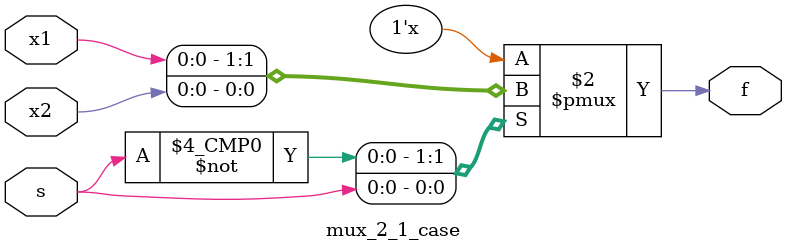
<source format=v>
module mux_2_1_case (
input x1 ,
input x2 ,
input s,
output reg f
);
always@ (*)
begin
case (s)
0: f = x1;
1: f = x2;
endcase
end
endmodule
</source>
